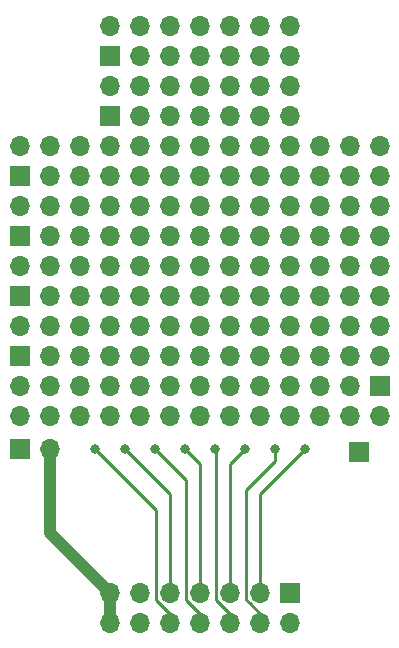
<source format=gbr>
G04 #@! TF.GenerationSoftware,KiCad,Pcbnew,5.0.1-33cea8e~68~ubuntu14.04.1*
G04 #@! TF.CreationDate,2018-11-23T16:30:40-08:00*
G04 #@! TF.ProjectId,perf-sensor,706572662D73656E736F722E6B696361,rev?*
G04 #@! TF.SameCoordinates,Original*
G04 #@! TF.FileFunction,Copper,L2,Bot,Signal*
G04 #@! TF.FilePolarity,Positive*
%FSLAX46Y46*%
G04 Gerber Fmt 4.6, Leading zero omitted, Abs format (unit mm)*
G04 Created by KiCad (PCBNEW 5.0.1-33cea8e~68~ubuntu14.04.1) date Fri 23 Nov 2018 04:30:40 PM PST*
%MOMM*%
%LPD*%
G01*
G04 APERTURE LIST*
G04 #@! TA.AperFunction,ComponentPad*
%ADD10R,1.700000X1.700000*%
G04 #@! TD*
G04 #@! TA.AperFunction,ComponentPad*
%ADD11O,1.700000X1.700000*%
G04 #@! TD*
G04 #@! TA.AperFunction,ViaPad*
%ADD12C,0.800000*%
G04 #@! TD*
G04 #@! TA.AperFunction,Conductor*
%ADD13C,1.000000*%
G04 #@! TD*
G04 #@! TA.AperFunction,Conductor*
%ADD14C,0.250000*%
G04 #@! TD*
G04 APERTURE END LIST*
D10*
G04 #@! TO.P,J4,1*
G04 #@! TO.N,bus1*
X107950000Y-107188000D03*
D11*
G04 #@! TO.P,J4,2*
G04 #@! TO.N,bus2*
X107950000Y-109728000D03*
G04 #@! TO.P,J4,3*
G04 #@! TO.N,bus3*
X105410000Y-107188000D03*
G04 #@! TO.P,J4,4*
G04 #@! TO.N,bus4*
X105410000Y-109728000D03*
G04 #@! TO.P,J4,5*
G04 #@! TO.N,bus5*
X102870000Y-107188000D03*
G04 #@! TO.P,J4,6*
G04 #@! TO.N,bus6*
X102870000Y-109728000D03*
G04 #@! TO.P,J4,7*
G04 #@! TO.N,bus7*
X100330000Y-107188000D03*
G04 #@! TO.P,J4,8*
G04 #@! TO.N,bus8*
X100330000Y-109728000D03*
G04 #@! TO.P,J4,9*
G04 #@! TO.N,bus9*
X97790000Y-107188000D03*
G04 #@! TO.P,J4,10*
G04 #@! TO.N,bus10*
X97790000Y-109728000D03*
G04 #@! TO.P,J4,11*
G04 #@! TO.N,bus11*
X95250000Y-107188000D03*
G04 #@! TO.P,J4,12*
X95250000Y-109728000D03*
G04 #@! TO.P,J4,13*
G04 #@! TO.N,bus13*
X92710000Y-107188000D03*
G04 #@! TO.P,J4,14*
X92710000Y-109728000D03*
G04 #@! TD*
D10*
G04 #@! TO.P,J2,1*
G04 #@! TO.N,Net-(J2-Pad1)*
X115570000Y-89662000D03*
D11*
G04 #@! TO.P,J2,2*
G04 #@! TO.N,Net-(J2-Pad2)*
X115570000Y-92202000D03*
G04 #@! TO.P,J2,3*
G04 #@! TO.N,Net-(J2-Pad3)*
X113030000Y-89662000D03*
G04 #@! TO.P,J2,4*
G04 #@! TO.N,Net-(J2-Pad4)*
X113030000Y-92202000D03*
G04 #@! TO.P,J2,5*
G04 #@! TO.N,Net-(J2-Pad5)*
X110490000Y-89662000D03*
G04 #@! TO.P,J2,6*
G04 #@! TO.N,Net-(J2-Pad6)*
X110490000Y-92202000D03*
G04 #@! TO.P,J2,7*
G04 #@! TO.N,Net-(J2-Pad7)*
X107950000Y-89662000D03*
G04 #@! TO.P,J2,8*
G04 #@! TO.N,Net-(J2-Pad8)*
X107950000Y-92202000D03*
G04 #@! TO.P,J2,9*
G04 #@! TO.N,Net-(J2-Pad9)*
X105410000Y-89662000D03*
G04 #@! TO.P,J2,10*
G04 #@! TO.N,Net-(J2-Pad10)*
X105410000Y-92202000D03*
G04 #@! TO.P,J2,11*
G04 #@! TO.N,Net-(J2-Pad11)*
X102870000Y-89662000D03*
G04 #@! TO.P,J2,12*
G04 #@! TO.N,Net-(J2-Pad12)*
X102870000Y-92202000D03*
G04 #@! TO.P,J2,13*
G04 #@! TO.N,Net-(J2-Pad13)*
X100330000Y-89662000D03*
G04 #@! TO.P,J2,14*
G04 #@! TO.N,Net-(J2-Pad14)*
X100330000Y-92202000D03*
G04 #@! TO.P,J2,15*
G04 #@! TO.N,Net-(J2-Pad15)*
X97790000Y-89662000D03*
G04 #@! TO.P,J2,16*
G04 #@! TO.N,Net-(J2-Pad16)*
X97790000Y-92202000D03*
G04 #@! TO.P,J2,17*
G04 #@! TO.N,Net-(J2-Pad17)*
X95250000Y-89662000D03*
G04 #@! TO.P,J2,18*
G04 #@! TO.N,Net-(J2-Pad18)*
X95250000Y-92202000D03*
G04 #@! TO.P,J2,19*
G04 #@! TO.N,Net-(J2-Pad19)*
X92710000Y-89662000D03*
G04 #@! TO.P,J2,20*
G04 #@! TO.N,Net-(J2-Pad20)*
X92710000Y-92202000D03*
G04 #@! TO.P,J2,21*
G04 #@! TO.N,Net-(J2-Pad21)*
X90170000Y-89662000D03*
G04 #@! TO.P,J2,22*
G04 #@! TO.N,Net-(J2-Pad22)*
X90170000Y-92202000D03*
G04 #@! TO.P,J2,23*
G04 #@! TO.N,Net-(J2-Pad23)*
X87630000Y-89662000D03*
G04 #@! TO.P,J2,24*
G04 #@! TO.N,Net-(J2-Pad24)*
X87630000Y-92202000D03*
G04 #@! TO.P,J2,25*
G04 #@! TO.N,Net-(J2-Pad25)*
X85090000Y-89662000D03*
G04 #@! TO.P,J2,26*
G04 #@! TO.N,Net-(J2-Pad26)*
X85090000Y-92202000D03*
G04 #@! TD*
D10*
G04 #@! TO.P,J5,1*
G04 #@! TO.N,Net-(J5-Pad1)*
X85090000Y-87122000D03*
D11*
G04 #@! TO.P,J5,2*
G04 #@! TO.N,Net-(J5-Pad2)*
X85090000Y-84582000D03*
G04 #@! TO.P,J5,3*
G04 #@! TO.N,Net-(J5-Pad3)*
X87630000Y-87122000D03*
G04 #@! TO.P,J5,4*
G04 #@! TO.N,Net-(J5-Pad4)*
X87630000Y-84582000D03*
G04 #@! TO.P,J5,5*
G04 #@! TO.N,Net-(J5-Pad5)*
X90170000Y-87122000D03*
G04 #@! TO.P,J5,6*
G04 #@! TO.N,Net-(J5-Pad6)*
X90170000Y-84582000D03*
G04 #@! TO.P,J5,7*
G04 #@! TO.N,Net-(J5-Pad7)*
X92710000Y-87122000D03*
G04 #@! TO.P,J5,8*
G04 #@! TO.N,Net-(J5-Pad8)*
X92710000Y-84582000D03*
G04 #@! TO.P,J5,9*
G04 #@! TO.N,Net-(J5-Pad9)*
X95250000Y-87122000D03*
G04 #@! TO.P,J5,10*
G04 #@! TO.N,Net-(J5-Pad10)*
X95250000Y-84582000D03*
G04 #@! TO.P,J5,11*
G04 #@! TO.N,Net-(J5-Pad11)*
X97790000Y-87122000D03*
G04 #@! TO.P,J5,12*
G04 #@! TO.N,Net-(J5-Pad12)*
X97790000Y-84582000D03*
G04 #@! TO.P,J5,13*
G04 #@! TO.N,Net-(J5-Pad13)*
X100330000Y-87122000D03*
G04 #@! TO.P,J5,14*
G04 #@! TO.N,Net-(J5-Pad14)*
X100330000Y-84582000D03*
G04 #@! TO.P,J5,15*
G04 #@! TO.N,Net-(J5-Pad15)*
X102870000Y-87122000D03*
G04 #@! TO.P,J5,16*
G04 #@! TO.N,Net-(J5-Pad16)*
X102870000Y-84582000D03*
G04 #@! TO.P,J5,17*
G04 #@! TO.N,Net-(J5-Pad17)*
X105410000Y-87122000D03*
G04 #@! TO.P,J5,18*
G04 #@! TO.N,Net-(J5-Pad18)*
X105410000Y-84582000D03*
G04 #@! TO.P,J5,19*
G04 #@! TO.N,Net-(J5-Pad19)*
X107950000Y-87122000D03*
G04 #@! TO.P,J5,20*
G04 #@! TO.N,Net-(J5-Pad20)*
X107950000Y-84582000D03*
G04 #@! TO.P,J5,21*
G04 #@! TO.N,Net-(J5-Pad21)*
X110490000Y-87122000D03*
G04 #@! TO.P,J5,22*
G04 #@! TO.N,Net-(J5-Pad22)*
X110490000Y-84582000D03*
G04 #@! TO.P,J5,23*
G04 #@! TO.N,Net-(J5-Pad23)*
X113030000Y-87122000D03*
G04 #@! TO.P,J5,24*
G04 #@! TO.N,Net-(J5-Pad24)*
X113030000Y-84582000D03*
G04 #@! TO.P,J5,25*
G04 #@! TO.N,Net-(J5-Pad25)*
X115570000Y-87122000D03*
G04 #@! TO.P,J5,26*
G04 #@! TO.N,Net-(J5-Pad26)*
X115570000Y-84582000D03*
G04 #@! TD*
G04 #@! TO.P,J6,26*
G04 #@! TO.N,Net-(J6-Pad26)*
X115570000Y-79502000D03*
G04 #@! TO.P,J6,25*
G04 #@! TO.N,Net-(J6-Pad25)*
X115570000Y-82042000D03*
G04 #@! TO.P,J6,24*
G04 #@! TO.N,Net-(J6-Pad24)*
X113030000Y-79502000D03*
G04 #@! TO.P,J6,23*
G04 #@! TO.N,Net-(J6-Pad23)*
X113030000Y-82042000D03*
G04 #@! TO.P,J6,22*
G04 #@! TO.N,Net-(J6-Pad22)*
X110490000Y-79502000D03*
G04 #@! TO.P,J6,21*
G04 #@! TO.N,Net-(J6-Pad21)*
X110490000Y-82042000D03*
G04 #@! TO.P,J6,20*
G04 #@! TO.N,Net-(J6-Pad20)*
X107950000Y-79502000D03*
G04 #@! TO.P,J6,19*
G04 #@! TO.N,Net-(J6-Pad19)*
X107950000Y-82042000D03*
G04 #@! TO.P,J6,18*
G04 #@! TO.N,Net-(J6-Pad18)*
X105410000Y-79502000D03*
G04 #@! TO.P,J6,17*
G04 #@! TO.N,Net-(J6-Pad17)*
X105410000Y-82042000D03*
G04 #@! TO.P,J6,16*
G04 #@! TO.N,Net-(J6-Pad16)*
X102870000Y-79502000D03*
G04 #@! TO.P,J6,15*
G04 #@! TO.N,Net-(J6-Pad15)*
X102870000Y-82042000D03*
G04 #@! TO.P,J6,14*
G04 #@! TO.N,Net-(J6-Pad14)*
X100330000Y-79502000D03*
G04 #@! TO.P,J6,13*
G04 #@! TO.N,Net-(J6-Pad13)*
X100330000Y-82042000D03*
G04 #@! TO.P,J6,12*
G04 #@! TO.N,Net-(J6-Pad12)*
X97790000Y-79502000D03*
G04 #@! TO.P,J6,11*
G04 #@! TO.N,Net-(J6-Pad11)*
X97790000Y-82042000D03*
G04 #@! TO.P,J6,10*
G04 #@! TO.N,Net-(J6-Pad10)*
X95250000Y-79502000D03*
G04 #@! TO.P,J6,9*
G04 #@! TO.N,Net-(J6-Pad9)*
X95250000Y-82042000D03*
G04 #@! TO.P,J6,8*
G04 #@! TO.N,Net-(J6-Pad8)*
X92710000Y-79502000D03*
G04 #@! TO.P,J6,7*
G04 #@! TO.N,Net-(J6-Pad7)*
X92710000Y-82042000D03*
G04 #@! TO.P,J6,6*
G04 #@! TO.N,Net-(J6-Pad6)*
X90170000Y-79502000D03*
G04 #@! TO.P,J6,5*
G04 #@! TO.N,Net-(J6-Pad5)*
X90170000Y-82042000D03*
G04 #@! TO.P,J6,4*
G04 #@! TO.N,Net-(J6-Pad4)*
X87630000Y-79502000D03*
G04 #@! TO.P,J6,3*
G04 #@! TO.N,Net-(J6-Pad3)*
X87630000Y-82042000D03*
G04 #@! TO.P,J6,2*
G04 #@! TO.N,Net-(J6-Pad2)*
X85090000Y-79502000D03*
D10*
G04 #@! TO.P,J6,1*
G04 #@! TO.N,Net-(J6-Pad1)*
X85090000Y-82042000D03*
G04 #@! TD*
G04 #@! TO.P,J7,1*
G04 #@! TO.N,Net-(J7-Pad1)*
X85090000Y-76962000D03*
D11*
G04 #@! TO.P,J7,2*
G04 #@! TO.N,Net-(J7-Pad2)*
X85090000Y-74422000D03*
G04 #@! TO.P,J7,3*
G04 #@! TO.N,Net-(J7-Pad3)*
X87630000Y-76962000D03*
G04 #@! TO.P,J7,4*
G04 #@! TO.N,Net-(J7-Pad4)*
X87630000Y-74422000D03*
G04 #@! TO.P,J7,5*
G04 #@! TO.N,Net-(J7-Pad5)*
X90170000Y-76962000D03*
G04 #@! TO.P,J7,6*
G04 #@! TO.N,Net-(J7-Pad6)*
X90170000Y-74422000D03*
G04 #@! TO.P,J7,7*
G04 #@! TO.N,Net-(J7-Pad7)*
X92710000Y-76962000D03*
G04 #@! TO.P,J7,8*
G04 #@! TO.N,Net-(J7-Pad8)*
X92710000Y-74422000D03*
G04 #@! TO.P,J7,9*
G04 #@! TO.N,Net-(J7-Pad9)*
X95250000Y-76962000D03*
G04 #@! TO.P,J7,10*
G04 #@! TO.N,Net-(J7-Pad10)*
X95250000Y-74422000D03*
G04 #@! TO.P,J7,11*
G04 #@! TO.N,Net-(J7-Pad11)*
X97790000Y-76962000D03*
G04 #@! TO.P,J7,12*
G04 #@! TO.N,Net-(J7-Pad12)*
X97790000Y-74422000D03*
G04 #@! TO.P,J7,13*
G04 #@! TO.N,Net-(J7-Pad13)*
X100330000Y-76962000D03*
G04 #@! TO.P,J7,14*
G04 #@! TO.N,Net-(J7-Pad14)*
X100330000Y-74422000D03*
G04 #@! TO.P,J7,15*
G04 #@! TO.N,Net-(J7-Pad15)*
X102870000Y-76962000D03*
G04 #@! TO.P,J7,16*
G04 #@! TO.N,Net-(J7-Pad16)*
X102870000Y-74422000D03*
G04 #@! TO.P,J7,17*
G04 #@! TO.N,Net-(J7-Pad17)*
X105410000Y-76962000D03*
G04 #@! TO.P,J7,18*
G04 #@! TO.N,Net-(J7-Pad18)*
X105410000Y-74422000D03*
G04 #@! TO.P,J7,19*
G04 #@! TO.N,Net-(J7-Pad19)*
X107950000Y-76962000D03*
G04 #@! TO.P,J7,20*
G04 #@! TO.N,Net-(J7-Pad20)*
X107950000Y-74422000D03*
G04 #@! TO.P,J7,21*
G04 #@! TO.N,Net-(J7-Pad21)*
X110490000Y-76962000D03*
G04 #@! TO.P,J7,22*
G04 #@! TO.N,Net-(J7-Pad22)*
X110490000Y-74422000D03*
G04 #@! TO.P,J7,23*
G04 #@! TO.N,Net-(J7-Pad23)*
X113030000Y-76962000D03*
G04 #@! TO.P,J7,24*
G04 #@! TO.N,Net-(J7-Pad24)*
X113030000Y-74422000D03*
G04 #@! TO.P,J7,25*
G04 #@! TO.N,Net-(J7-Pad25)*
X115570000Y-76962000D03*
G04 #@! TO.P,J7,26*
G04 #@! TO.N,Net-(J7-Pad26)*
X115570000Y-74422000D03*
G04 #@! TD*
D10*
G04 #@! TO.P,J8,1*
G04 #@! TO.N,Net-(J8-Pad1)*
X85090000Y-71882000D03*
D11*
G04 #@! TO.P,J8,2*
G04 #@! TO.N,Net-(J8-Pad2)*
X85090000Y-69342000D03*
G04 #@! TO.P,J8,3*
G04 #@! TO.N,Net-(J8-Pad3)*
X87630000Y-71882000D03*
G04 #@! TO.P,J8,4*
G04 #@! TO.N,Net-(J8-Pad4)*
X87630000Y-69342000D03*
G04 #@! TO.P,J8,5*
G04 #@! TO.N,Net-(J8-Pad5)*
X90170000Y-71882000D03*
G04 #@! TO.P,J8,6*
G04 #@! TO.N,Net-(J8-Pad6)*
X90170000Y-69342000D03*
G04 #@! TO.P,J8,7*
G04 #@! TO.N,Net-(J8-Pad7)*
X92710000Y-71882000D03*
G04 #@! TO.P,J8,8*
G04 #@! TO.N,Net-(J8-Pad8)*
X92710000Y-69342000D03*
G04 #@! TO.P,J8,9*
G04 #@! TO.N,Net-(J8-Pad9)*
X95250000Y-71882000D03*
G04 #@! TO.P,J8,10*
G04 #@! TO.N,Net-(J8-Pad10)*
X95250000Y-69342000D03*
G04 #@! TO.P,J8,11*
G04 #@! TO.N,Net-(J8-Pad11)*
X97790000Y-71882000D03*
G04 #@! TO.P,J8,12*
G04 #@! TO.N,Net-(J8-Pad12)*
X97790000Y-69342000D03*
G04 #@! TO.P,J8,13*
G04 #@! TO.N,Net-(J8-Pad13)*
X100330000Y-71882000D03*
G04 #@! TO.P,J8,14*
G04 #@! TO.N,Net-(J8-Pad14)*
X100330000Y-69342000D03*
G04 #@! TO.P,J8,15*
G04 #@! TO.N,Net-(J8-Pad15)*
X102870000Y-71882000D03*
G04 #@! TO.P,J8,16*
G04 #@! TO.N,Net-(J8-Pad16)*
X102870000Y-69342000D03*
G04 #@! TO.P,J8,17*
G04 #@! TO.N,Net-(J8-Pad17)*
X105410000Y-71882000D03*
G04 #@! TO.P,J8,18*
G04 #@! TO.N,Net-(J8-Pad18)*
X105410000Y-69342000D03*
G04 #@! TO.P,J8,19*
G04 #@! TO.N,Net-(J8-Pad19)*
X107950000Y-71882000D03*
G04 #@! TO.P,J8,20*
G04 #@! TO.N,Net-(J8-Pad20)*
X107950000Y-69342000D03*
G04 #@! TO.P,J8,21*
G04 #@! TO.N,Net-(J8-Pad21)*
X110490000Y-71882000D03*
G04 #@! TO.P,J8,22*
G04 #@! TO.N,Net-(J8-Pad22)*
X110490000Y-69342000D03*
G04 #@! TO.P,J8,23*
G04 #@! TO.N,Net-(J8-Pad23)*
X113030000Y-71882000D03*
G04 #@! TO.P,J8,24*
G04 #@! TO.N,Net-(J8-Pad24)*
X113030000Y-69342000D03*
G04 #@! TO.P,J8,25*
G04 #@! TO.N,Net-(J8-Pad25)*
X115570000Y-71882000D03*
G04 #@! TO.P,J8,26*
G04 #@! TO.N,Net-(J8-Pad26)*
X115570000Y-69342000D03*
G04 #@! TD*
D10*
G04 #@! TO.P,J11,1*
G04 #@! TO.N,Net-(J11-Pad1)*
X92710000Y-61722000D03*
D11*
G04 #@! TO.P,J11,2*
G04 #@! TO.N,Net-(J11-Pad2)*
X92710000Y-59182000D03*
G04 #@! TO.P,J11,3*
G04 #@! TO.N,Net-(J11-Pad3)*
X95250000Y-61722000D03*
G04 #@! TO.P,J11,4*
G04 #@! TO.N,Net-(J11-Pad4)*
X95250000Y-59182000D03*
G04 #@! TO.P,J11,5*
G04 #@! TO.N,Net-(J11-Pad5)*
X97790000Y-61722000D03*
G04 #@! TO.P,J11,6*
G04 #@! TO.N,Net-(J11-Pad6)*
X97790000Y-59182000D03*
G04 #@! TO.P,J11,7*
G04 #@! TO.N,Net-(J11-Pad7)*
X100330000Y-61722000D03*
G04 #@! TO.P,J11,8*
G04 #@! TO.N,Net-(J11-Pad8)*
X100330000Y-59182000D03*
G04 #@! TO.P,J11,9*
G04 #@! TO.N,Net-(J11-Pad9)*
X102870000Y-61722000D03*
G04 #@! TO.P,J11,10*
G04 #@! TO.N,Net-(J11-Pad10)*
X102870000Y-59182000D03*
G04 #@! TO.P,J11,11*
G04 #@! TO.N,Net-(J11-Pad11)*
X105410000Y-61722000D03*
G04 #@! TO.P,J11,12*
G04 #@! TO.N,Net-(J11-Pad12)*
X105410000Y-59182000D03*
G04 #@! TO.P,J11,13*
G04 #@! TO.N,Net-(J11-Pad13)*
X107950000Y-61722000D03*
G04 #@! TO.P,J11,14*
G04 #@! TO.N,Net-(J11-Pad14)*
X107950000Y-59182000D03*
G04 #@! TD*
D10*
G04 #@! TO.P,J12,1*
G04 #@! TO.N,bus11*
X85090000Y-94996000D03*
D11*
G04 #@! TO.P,J12,2*
G04 #@! TO.N,bus13*
X87630000Y-94996000D03*
G04 #@! TD*
D10*
G04 #@! TO.P,J1,1*
G04 #@! TO.N,signal*
X113792000Y-95250000D03*
G04 #@! TD*
G04 #@! TO.P,J10,1*
G04 #@! TO.N,Net-(J10-Pad1)*
X92710000Y-66802000D03*
D11*
G04 #@! TO.P,J10,2*
G04 #@! TO.N,Net-(J10-Pad2)*
X92710000Y-64262000D03*
G04 #@! TO.P,J10,3*
G04 #@! TO.N,Net-(J10-Pad3)*
X95250000Y-66802000D03*
G04 #@! TO.P,J10,4*
G04 #@! TO.N,Net-(J10-Pad4)*
X95250000Y-64262000D03*
G04 #@! TO.P,J10,5*
G04 #@! TO.N,Net-(J10-Pad5)*
X97790000Y-66802000D03*
G04 #@! TO.P,J10,6*
G04 #@! TO.N,Net-(J10-Pad6)*
X97790000Y-64262000D03*
G04 #@! TO.P,J10,7*
G04 #@! TO.N,Net-(J10-Pad7)*
X100330000Y-66802000D03*
G04 #@! TO.P,J10,8*
G04 #@! TO.N,Net-(J10-Pad8)*
X100330000Y-64262000D03*
G04 #@! TO.P,J10,9*
G04 #@! TO.N,Net-(J10-Pad9)*
X102870000Y-66802000D03*
G04 #@! TO.P,J10,10*
G04 #@! TO.N,Net-(J10-Pad10)*
X102870000Y-64262000D03*
G04 #@! TO.P,J10,11*
G04 #@! TO.N,Net-(J10-Pad11)*
X105410000Y-66802000D03*
G04 #@! TO.P,J10,12*
G04 #@! TO.N,Net-(J10-Pad12)*
X105410000Y-64262000D03*
G04 #@! TO.P,J10,13*
G04 #@! TO.N,Net-(J10-Pad13)*
X107950000Y-66802000D03*
G04 #@! TO.P,J10,14*
G04 #@! TO.N,Net-(J10-Pad14)*
X107950000Y-64262000D03*
G04 #@! TD*
D12*
G04 #@! TO.N,bus3*
X109220000Y-94996000D03*
G04 #@! TO.N,bus4*
X106680000Y-94996000D03*
G04 #@! TO.N,bus5*
X104140000Y-94996000D03*
G04 #@! TO.N,bus6*
X101600000Y-94996000D03*
G04 #@! TO.N,bus7*
X99060000Y-94996000D03*
G04 #@! TO.N,bus8*
X96520000Y-94996000D03*
G04 #@! TO.N,bus9*
X93980000Y-94996000D03*
G04 #@! TO.N,bus10*
X91440000Y-94996000D03*
G04 #@! TD*
D13*
G04 #@! TO.N,bus13*
X92710000Y-107188000D02*
X92710000Y-109728000D01*
X87630000Y-95250000D02*
X87630000Y-102108000D01*
X87630000Y-102108000D02*
X92710000Y-107188000D01*
X87884000Y-94996000D02*
X87630000Y-95250000D01*
D14*
G04 #@! TO.N,bus3*
X105410000Y-106426000D02*
X105410000Y-98806000D01*
X105410000Y-98806000D02*
X109220000Y-94996000D01*
G04 #@! TO.N,bus4*
X104560001Y-108116001D02*
X105410000Y-108966000D01*
X104234999Y-107790999D02*
X104560001Y-108116001D01*
X104234999Y-98491001D02*
X104234999Y-107790999D01*
X106680000Y-96046000D02*
X104234999Y-98491001D01*
X106680000Y-94996000D02*
X106680000Y-96046000D01*
G04 #@! TO.N,bus5*
X102870000Y-96266000D02*
X104140000Y-94996000D01*
X102870000Y-106426000D02*
X102870000Y-96266000D01*
G04 #@! TO.N,bus6*
X101694999Y-95090999D02*
X101600000Y-94996000D01*
X101694999Y-107790999D02*
X101694999Y-95090999D01*
X102870000Y-108966000D02*
X101694999Y-107790999D01*
G04 #@! TO.N,bus7*
X100330000Y-96266000D02*
X99060000Y-94996000D01*
X100330000Y-106426000D02*
X100330000Y-96266000D01*
G04 #@! TO.N,bus8*
X99154999Y-97630999D02*
X96520000Y-94996000D01*
X99154999Y-107790999D02*
X99154999Y-97630999D01*
X100330000Y-108966000D02*
X99154999Y-107790999D01*
G04 #@! TO.N,bus9*
X97790000Y-98806000D02*
X93980000Y-94996000D01*
X97790000Y-106426000D02*
X97790000Y-98806000D01*
G04 #@! TO.N,bus10*
X96614999Y-100170999D02*
X91440000Y-94996000D01*
X96614999Y-107790999D02*
X96614999Y-100170999D01*
X97790000Y-108966000D02*
X96614999Y-107790999D01*
G04 #@! TD*
M02*

</source>
